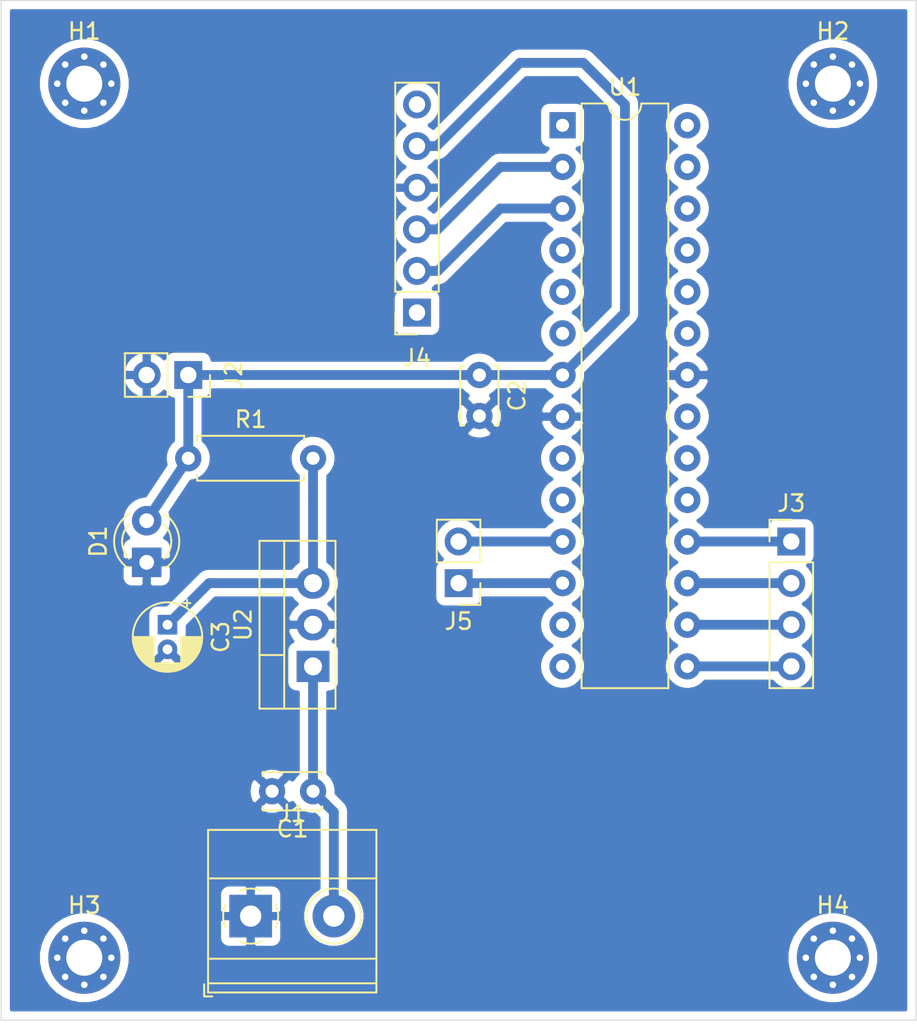
<source format=kicad_pcb>
(kicad_pcb (version 20211014) (generator pcbnew)
  (layers (0 "F.Cu" signal) (31 "B.Cu" signal) (34 "B.Paste" user) (35 "F.Paste" user) (36 "B.SilkS" user "B.Silkscreen") (37 "F.SilkS" user "F.Silkscreen") (38 "B.Mask" user) (39 "F.Mask" user) (44 "Edge.Cuts" user))
  (net 0 "")
  (net 1 "GND")
  (net 2 "+12V")
  (net 3 "VCC")
  (net 4 "Net-(C3-Pad1)")
  (net 5 "Net-(J4-Pad6)")
  (net 6 "PD0")
  (net 7 "PD1")
  (net 8 "Net-(J4-Pad1)")
  (net 9 "Net-(J5-Pad2)")
  (net 10 "Net-(J5-Pad1)")
  (net 11 "Net-(U1-Pad28)")
  (net 12 "Net-(U1-Pad14)")
  (net 13 "Net-(U1-Pad27)")
  (net 14 "Net-(U1-Pad13)")
  (net 15 "Net-(U1-Pad26)")
  (net 16 "Net-(U1-Pad25)")
  (net 17 "Net-(U1-Pad24)")
  (net 18 "Net-(U1-Pad10)")
  (net 19 "Net-(U1-Pad23)")
  (net 20 "Net-(U1-Pad9)")
  (net 21 "Net-(U1-Pad21)")
  (net 22 "Net-(U1-Pad20)")
  (net 23 "Net-(U1-Pad6)")
  (net 24 "Net-(U1-Pad19)")
  (net 25 "Net-(U1-Pad5)")
  (net 26 "PB4")
  (net 27 "Net-(U1-Pad4)")
  (net 28 "PB3")
  (net 29 "PB2")
  (net 30 "PB1")
  (net 31 "Net-(U1-Pad1)")
  (footprint "Capacitor_THT:C_Disc_D3.4mm_W2.1mm_P2.50mm" (layer "F.Cu") (at 129.54 128.27 180)
    (fp_text reference "C1" (at 1.25 -2.3) (layer "F.SilkS"))
    (fp_text value "C")
    (fp_line (start -0.57 1.17) (end 3.07 1.17) (layer "F.SilkS") (width 0.12))
    (fp_line (start 3.07 -1.17) (end 3.07 -0.925) (layer "F.SilkS") (width 0.12))
    (fp_line (start 3.07 0.925) (end 3.07 1.17) (layer "F.SilkS") (width 0.12))
    (fp_line (start -0.57 0.925) (end -0.57 1.17) (layer "F.SilkS") (width 0.12))
    (fp_line (start -0.57 -1.17) (end -0.57 -0.925) (layer "F.SilkS") (width 0.12))
    (fp_line (start -0.57 -1.17) (end 3.07 -1.17) (layer "F.SilkS") (width 0.12))
    (pad "1" thru_hole circle locked (at 0 0 180) (size 1.6 1.6) (drill 0.8) (layers *.Cu *.Mask) (net 2 "+12V"))
    (pad "2" thru_hole circle locked (at 2.5 0 180) (size 1.6 1.6) (drill 0.8) (layers *.Cu *.Mask) (net 1 "GND"))
  )
  (footprint "Capacitor_THT:C_Disc_D3.4mm_W2.1mm_P2.50mm" (layer "F.Cu") (at 139.7 102.87 -90)
    (fp_text reference "C2" (at 1.25 -2.3 90) (layer "F.SilkS"))
    (fp_text value "C")
    (fp_line (start -0.57 0.925) (end -0.57 1.17) (layer "F.SilkS") (width 0.12))
    (fp_line (start -0.57 -1.17) (end -0.57 -0.925) (layer "F.SilkS") (width 0.12))
    (fp_line (start 3.07 -1.17) (end 3.07 -0.925) (layer "F.SilkS") (width 0.12))
    (fp_line (start -0.57 1.17) (end 3.07 1.17) (layer "F.SilkS") (width 0.12))
    (fp_line (start 3.07 0.925) (end 3.07 1.17) (layer "F.SilkS") (width 0.12))
    (fp_line (start -0.57 -1.17) (end 3.07 -1.17) (layer "F.SilkS") (width 0.12))
    (pad "1" thru_hole circle locked (at 0 0 270) (size 1.6 1.6) (drill 0.8) (layers *.Cu *.Mask) (net 3 "VCC"))
    (pad "2" thru_hole circle locked (at 2.5 0 270) (size 1.6 1.6) (drill 0.8) (layers *.Cu *.Mask) (net 1 "GND"))
  )
  (footprint "Capacitor_THT:CP_Radial_D4.0mm_P1.50mm" (layer "F.Cu") (at 120.65 118.11 -90)
    (fp_text reference "C3" (at 0.75 -3.25 90) (layer "F.SilkS"))
    (fp_text value "CP")
    (fp_line (start 0.95 -2.071) (end 0.95 -0.84) (layer "F.SilkS") (width 0.12))
    (fp_line (start 2.751 -0.664) (end 2.751 0.664) (layer "F.SilkS") (width 0.12))
    (fp_line (start 0.99 -2.067) (end 0.99 -0.84) (layer "F.SilkS") (width 0.12))
    (fp_line (start 2.391 -1.304) (end 2.391 1.304) (layer "F.SilkS") (width 0.12))
    (fp_line (start 2.231 0.84) (end 2.231 1.478) (layer "F.SilkS") (width 0.12))
    (fp_line (start 1.27 0.84) (end 1.27 2.016) (layer "F.SilkS") (width 0.12))
    (fp_line (start 2.591 -1.013) (end 2.591 1.013) (layer "F.SilkS") (width 0.12))
    (fp_line (start 1.31 0.84) (end 1.31 2.005) (layer "F.SilkS") (width 0.12))
    (fp_line (start 1.911 0.84) (end 1.911 1.735) (layer "F.SilkS") (width 0.12))
    (fp_line (start 2.551 -1.08) (end 2.551 1.08) (layer "F.SilkS") (width 0.12))
    (fp_line (start 1.751 -1.83) (end 1.751 -0.84) (layer "F.SilkS") (width 0.12))
    (fp_line (start 1.03 0.84) (end 1.03 2.062) (layer "F.SilkS") (width 0.12))
    (fp_line (start 2.151 -1.552) (end 2.151 -0.84) (layer "F.SilkS") (width 0.12))
    (fp_line (start 1.551 0.84) (end 1.551 1.924) (layer "F.SilkS") (width 0.12))
    (fp_line (start 2.711 -0.768) (end 2.711 0.768) (layer "F.SilkS") (width 0.12))
    (fp_line (start 0.83 -2.079) (end 0.83 -0.84) (layer "F.SilkS") (width 0.12))
    (fp_line (start 1.471 0.84) (end 1.471 1.954) (layer "F.SilkS") (width 0.12))
    (fp_line (start 1.27 -2.016) (end 1.27 -0.84) (layer "F.SilkS") (width 0.12))
    (fp_line (start 1.39 0.84) (end 1.39 1.982) (layer "F.SilkS") (width 0.12))
    (fp_line (start 2.511 -1.142) (end 2.511 1.142) (layer "F.SilkS") (width 0.12))
    (fp_line (start 1.07 -2.056) (end 1.07 -0.84) (layer "F.SilkS") (width 0.12))
    (fp_line (start 1.11 -2.05) (end 1.11 -0.84) (layer "F.SilkS") (width 0.12))
    (fp_line (start 2.191 0.84) (end 2.191 1.516) (layer "F.SilkS") (width 0.12))
    (fp_line (start 1.831 -1.785) (end 1.831 -0.84) (layer "F.SilkS") (width 0.12))
    (fp_line (start -1.319801 -1.395) (end -1.319801 -0.995) (layer "F.SilkS") (width 0.12))
    (fp_line (start 1.35 -1.994) (end 1.35 -0.84) (layer "F.SilkS") (width 0.12))
    (fp_line (start 2.071 0.84) (end 2.071 1.619) (layer "F.SilkS") (width 0.12))
    (fp_line (start 1.43 -1.968) (end 1.43 -0.84) (layer "F.SilkS") (width 0.12))
    (fp_line (start 2.111 -1.587) (end 2.111 -0.84) (layer "F.SilkS") (width 0.12))
    (fp_line (start 1.03 -2.062) (end 1.03 -0.84) (layer "F.SilkS") (width 0.12))
    (fp_line (start 2.431 -1.254) (end 2.431 1.254) (layer "F.SilkS") (width 0.12))
    (fp_line (start 0.91 -2.074) (end 0.91 -0.84) (layer "F.SilkS") (width 0.12))
    (fp_line (start 1.831 0.84) (end 1.831 1.785) (layer "F.SilkS") (width 0.12))
    (fp_line (start 1.39 -1.982) (end 1.39 -0.84) (layer "F.SilkS") (width 0.12))
    (fp_line (start 0.79 0.84) (end 0.79 2.08) (layer "F.SilkS") (width 0.12))
    (fp_line (start 2.311 -1.396) (end 2.311 -0.84) (layer "F.SilkS") (width 0.12))
    (fp_line (start 2.111 0.84) (end 2.111 1.587) (layer "F.SilkS") (width 0.12))
    (fp_line (start 1.991 0.84) (end 1.991 1.68) (layer "F.SilkS") (width 0.12))
    (fp_line (start -1.519801 -1.195) (end -1.119801 -1.195) (layer "F.SilkS") (width 0.12))
    (fp_line (start 2.311 0.84) (end 2.311 1.396) (layer "F.SilkS") (width 0.12))
    (fp_line (start 1.871 0.84) (end 1.871 1.76) (layer "F.SilkS") (width 0.12))
    (fp_line (start 1.43 0.84) (end 1.43 1.968) (layer "F.SilkS") (width 0.12))
    (fp_line (start 0.79 -2.08) (end 0.79 -0.84) (layer "F.SilkS") (width 0.12))
    (fp_line (start 1.591 -1.907) (end 1.591 -0.84) (layer "F.SilkS") (width 0.12))
    (fp_line (start 0.91 0.84) (end 0.91 2.074) (layer "F.SilkS") (width 0.12))
    (fp_line (start 1.551 -1.924) (end 1.551 -0.84) (layer "F.SilkS") (width 0.12))
    (fp_line (start 1.991 -1.68) (end 1.991 -0.84) (layer "F.SilkS") (width 0.12))
    (fp_line (start 1.951 -1.708) (end 1.951 -0.84) (layer "F.SilkS") (width 0.12))
    (fp_line (start 2.031 0.84) (end 2.031 1.65) (layer "F.SilkS") (width 0.12))
    (fp_line (start 1.711 0.84) (end 1.711 1.851) (layer "F.SilkS") (width 0.12))
    (fp_line (start 0.75 0.84) (end 0.75 2.08) (layer "F.SilkS") (width 0.12))
    (fp_line (start 1.671 0.84) (end 1.671 1.87) (layer "F.SilkS") (width 0.12))
    (fp_line (start 2.471 -1.2) (end 2.471 1.2) (layer "F.SilkS") (width 0.12))
    (fp_line (start 2.231 -1.478) (end 2.231 -0.84) (layer "F.SilkS") (width 0.12))
    (fp_line (start 0.87 0.84) (end 0.87 2.077) (layer "F.SilkS") (width 0.12))
    (fp_line (start 1.07 0.84) (end 1.07 2.056) (layer "F.SilkS") (width 0.12))
    (fp_line (start 1.471 -1.954) (end 1.471 -0.84) (layer "F.SilkS") (width 0.12))
    (fp_line (start 2.831 -0.37) (end 2.831 0.37) (layer "F.SilkS") (width 0.12))
    (fp_line (start 1.511 -1.94) (end 1.511 -0.84) (layer "F.SilkS") (width 0.12))
    (fp_line (start 0.95 0.84) (end 0.95 2.071) (layer "F.SilkS") (width 0.12))
    (fp_line (start 2.031 -1.65) (end 2.031 -0.84) (layer "F.SilkS") (width 0.12))
    (fp_line (start 2.351 -1.351) (end 2.351 1.351) (layer "F.SilkS") (width 0.12))
    (fp_line (start 1.791 -1.808) (end 1.791 -0.84) (layer "F.SilkS") (width 0.12))
    (fp_line (start 2.271 -1.438) (end 2.271 -0.84) (layer "F.SilkS") (width 0.12))
    (fp_line (start 0.87 -2.077) (end 0.87 -0.84) (layer "F.SilkS") (width 0.12))
    (fp_line (start 1.631 -1.889) (end 1.631 -0.84) (layer "F.SilkS") (width 0.12))
    (fp_line (start 1.951 0.84) (end 1.951 1.708) (layer "F.SilkS") (width 0.12))
    (fp_line (start 1.591 0.84) (end 1.591 1.907) (layer "F.SilkS") (width 0.12))
    (fp_line (start 2.671 -0.859) (end 2.671 0.859) (layer "F.SilkS") (width 0.12))
    (fp_line (start 1.31 -2.005) (end 1.31 -0.84) (layer "F.SilkS") (width 0.12))
    (fp_line (start 1.11 0.84) (end 1.11 2.05) (layer "F.SilkS") (width 0.12))
    (fp_line (start 1.15 -2.042) (end 1.15 -0.84) (layer "F.SilkS") (width 0.12))
    (fp_line (start 1.791 0.84) (end 1.791 1.808) (layer "F.SilkS") (width 0.12))
    (fp_line (start 0.83 0.84) (end 0.83 2.079) (layer "F.SilkS") (width 0.12))
    (fp_line (start 1.871 -1.76) (end 1.871 -0.84) (layer "F.SilkS") (width 0.12))
    (fp_line (start 1.911 -1.735) (end 1.911 -0.84) (layer "F.SilkS") (width 0.12))
    (fp_line (start 1.19 -2.034) (end 1.19 -0.84) (layer "F.SilkS") (width 0.12))
    (fp_line (start 2.271 0.84) (end 2.271 1.438) (layer "F.SilkS") (width 0.12))
    (fp_line (start 0.99 0.84) (end 0.99 2.067) (layer "F.SilkS") (width 0.12))
    (fp_line (start 1.23 -2.025) (end 1.23 -0.84) (layer "F.SilkS") (width 0.12))
    (fp_line (start 2.191 -1.516) (end 2.191 -0.84) (layer "F.SilkS") (width 0.12))
    (fp_line (start 1.23 0.84) (end 1.23 2.025) (layer "F.SilkS") (width 0.12))
    (fp_line (start 1.19 0.84) (end 1.19 2.034) (layer "F.SilkS") (width 0.12))
    (fp_line (start 1.511 0.84) (end 1.511 1.94) (layer "F.SilkS") (width 0.12))
    (fp_line (start 1.631 0.84) (end 1.631 1.889) (layer "F.SilkS") (width 0.12))
    (fp_line (start 1.671 -1.87) (end 1.671 -0.84) (layer "F.SilkS") (width 0.12))
    (fp_line (start 1.751 0.84) (end 1.751 1.83) (layer "F.SilkS") (width 0.12))
    (fp_line (start 2.791 -0.537) (end 2.791 0.537) (layer "F.SilkS") (width 0.12))
    (fp_line (start 1.711 -1.851) (end 1.711 -0.84) (layer "F.SilkS") (width 0.12))
    (fp_line (start 1.15 0.84) (end 1.15 2.042) (layer "F.SilkS") (width 0.12))
    (fp_line (start 0.75 -2.08) (end 0.75 -0.84) (layer "F.SilkS") (width 0.12))
    (fp_line (start 2.151 0.84) (end 2.151 1.552) (layer "F.SilkS") (width 0.12))
    (fp_line (start 2.631 -0.94) (end 2.631 0.94) (layer "F.SilkS") (width 0.12))
    (fp_line (start 2.071 -1.619) (end 2.071 -0.84) (layer "F.SilkS") (width 0.12))
    (fp_line (start 1.35 0.84) (end 1.35 1.994) (layer "F.SilkS") (width 0.12))
    (fp_circle (center 0.75 0) (end 2.87 0) (layer "F.SilkS") (width 0.12) (fill none))
    (pad "1" thru_hole rect locked (at 0 0 270) (size 1.2 1.2) (drill 0.6) (layers *.Cu *.Mask) (net 4 "Net-(C3-Pad1)"))
    (pad "2" thru_hole circle locked (at 1.5 0 270) (size 1.2 1.2) (drill 0.6) (layers *.Cu *.Mask) (net 1 "GND"))
  )
  (footprint "LED_THT:LED_D3.0mm" (layer "F.Cu") (at 119.38 114.3 90)
    (fp_text reference "D1" (at 1.27 -2.96 90) (layer "F.SilkS"))
    (fp_text value "LED")
    (fp_line (start -0.29 -1.236) (end -0.29 -1.08) (layer "F.SilkS") (width 0.12))
    (fp_line (start -0.29 1.08) (end -0.29 1.236) (layer "F.SilkS") (width 0.12))
    (fp_arc (start 0.229039 -1.08) (mid 1.270117 -1.5) (end 2.31113 -1.079837) (layer "F.SilkS") (width 0.12))
    (fp_arc (start 2.942335 1.078608) (mid 1.366487 1.987659) (end -0.29 1.235516) (layer "F.SilkS") (width 0.12))
    (fp_arc (start -0.29 -1.235516) (mid 1.366487 -1.987659) (end 2.942335 -1.078608) (layer "F.SilkS") (width 0.12))
    (fp_arc (start 2.31113 1.079837) (mid 1.270117 1.5) (end 0.229039 1.08) (layer "F.SilkS") (width 0.12))
    (pad "1" thru_hole rect locked (at 0 0 90) (size 1.8 1.8) (drill 0.9) (layers *.Cu *.Mask) (net 1 "GND"))
    (pad "2" thru_hole circle locked (at 2.54 0 90) (size 1.8 1.8) (drill 0.9) (layers *.Cu *.Mask) (net 3 "VCC"))
  )
  (footprint "MountingHole:MountingHole_2.2mm_M2_Pad_Via" (layer "F.Cu") (at 115.57 85.09)
    (fp_text reference "H1" (at 0 -3.2) (layer "F.SilkS"))
    (fp_text value "MountingHole")
    (pad "1" thru_hole circle locked (at 1.65 0) (size 0.7 0.7) (drill 0.4) (layers *.Cu *.Mask))
    (pad "1" thru_hole circle locked (at 1.166726 -1.166726) (size 0.7 0.7) (drill 0.4) (layers *.Cu *.Mask))
    (pad "1" thru_hole circle locked (at -1.65 0) (size 0.7 0.7) (drill 0.4) (layers *.Cu *.Mask))
    (pad "1" thru_hole circle locked (at 0 -1.65) (size 0.7 0.7) (drill 0.4) (layers *.Cu *.Mask))
    (pad "1" thru_hole circle locked (at 1.166726 1.166726) (size 0.7 0.7) (drill 0.4) (layers *.Cu *.Mask))
    (pad "1" thru_hole circle locked (at 0 0) (size 4.4 4.4) (drill 2.2) (layers *.Cu *.Mask))
    (pad "1" thru_hole circle locked (at 0 1.65) (size 0.7 0.7) (drill 0.4) (layers *.Cu *.Mask))
    (pad "1" thru_hole circle locked (at -1.166726 -1.166726) (size 0.7 0.7) (drill 0.4) (layers *.Cu *.Mask))
    (pad "1" thru_hole circle locked (at -1.166726 1.166726) (size 0.7 0.7) (drill 0.4) (layers *.Cu *.Mask))
  )
  (footprint "MountingHole:MountingHole_2.2mm_M2_Pad_Via" (layer "F.Cu") (at 161.29 85.09)
    (fp_text reference "H2" (at 0 -3.2) (layer "F.SilkS"))
    (fp_text value "MountingHole")
    (pad "1" thru_hole circle locked (at -1.65 0) (size 0.7 0.7) (drill 0.4) (layers *.Cu *.Mask))
    (pad "1" thru_hole circle locked (at -1.166726 -1.166726) (size 0.7 0.7) (drill 0.4) (layers *.Cu *.Mask))
    (pad "1" thru_hole circle locked (at -1.166726 1.166726) (size 0.7 0.7) (drill 0.4) (layers *.Cu *.Mask))
    (pad "1" thru_hole circle locked (at 1.166726 -1.166726) (size 0.7 0.7) (drill 0.4) (layers *.Cu *.Mask))
    (pad "1" thru_hole circle locked (at 1.65 0) (size 0.7 0.7) (drill 0.4) (layers *.Cu *.Mask))
    (pad "1" thru_hole circle locked (at 0 1.65) (size 0.7 0.7) (drill 0.4) (layers *.Cu *.Mask))
    (pad "1" thru_hole circle locked (at 0 0) (size 4.4 4.4) (drill 2.2) (layers *.Cu *.Mask))
    (pad "1" thru_hole circle locked (at 1.166726 1.166726) (size 0.7 0.7) (drill 0.4) (layers *.Cu *.Mask))
    (pad "1" thru_hole circle locked (at 0 -1.65) (size 0.7 0.7) (drill 0.4) (layers *.Cu *.Mask))
  )
  (footprint "MountingHole:MountingHole_2.2mm_M2_Pad_Via" (layer "F.Cu") (at 115.57 138.43)
    (fp_text reference "H3" (at 0 -3.2) (layer "F.SilkS"))
    (fp_text value "MountingHole")
    (pad "1" thru_hole circle locked (at -1.166726 1.166726) (size 0.7 0.7) (drill 0.4) (layers *.Cu *.Mask))
    (pad "1" thru_hole circle locked (at -1.166726 -1.166726) (size 0.7 0.7) (drill 0.4) (layers *.Cu *.Mask))
    (pad "1" thru_hole circle locked (at -1.65 0) (size 0.7 0.7) (drill 0.4) (layers *.Cu *.Mask))
    (pad "1" thru_hole circle locked (at 0 -1.65) (size 0.7 0.7) (drill 0.4) (layers *.Cu *.Mask))
    (pad "1" thru_hole circle locked (at 1.166726 1.166726) (size 0.7 0.7) (drill 0.4) (layers *.Cu *.Mask))
    (pad "1" thru_hole circle locked (at 0 1.65) (size 0.7 0.7) (drill 0.4) (layers *.Cu *.Mask))
    (pad "1" thru_hole circle locked (at 0 0) (size 4.4 4.4) (drill 2.2) (layers *.Cu *.Mask))
    (pad "1" thru_hole circle locked (at 1.166726 -1.166726) (size 0.7 0.7) (drill 0.4) (layers *.Cu *.Mask))
    (pad "1" thru_hole circle locked (at 1.65 0) (size 0.7 0.7) (drill 0.4) (layers *.Cu *.Mask))
  )
  (footprint "MountingHole:MountingHole_2.2mm_M2_Pad_Via" (layer "F.Cu") (at 161.29 138.43)
    (fp_text reference "H4" (at 0 -3.2) (layer "F.SilkS"))
    (fp_text value "MountingHole")
    (pad "1" thru_hole circle locked (at 1.65 0) (size 0.7 0.7) (drill 0.4) (layers *.Cu *.Mask))
    (pad "1" thru_hole circle locked (at 0 1.65) (size 0.7 0.7) (drill 0.4) (layers *.Cu *.Mask))
    (pad "1" thru_hole circle locked (at 1.166726 1.166726) (size 0.7 0.7) (drill 0.4) (layers *.Cu *.Mask))
    (pad "1" thru_hole circle locked (at 0 0) (size 4.4 4.4) (drill 2.2) (layers *.Cu *.Mask))
    (pad "1" thru_hole circle locked (at 1.166726 -1.166726) (size 0.7 0.7) (drill 0.4) (layers *.Cu *.Mask))
    (pad "1" thru_hole circle locked (at -1.65 0) (size 0.7 0.7) (drill 0.4) (layers *.Cu *.Mask))
    (pad "1" thru_hole circle locked (at 0 -1.65) (size 0.7 0.7) (drill 0.4) (layers *.Cu *.Mask))
    (pad "1" thru_hole circle locked (at -1.166726 1.166726) (size 0.7 0.7) (drill 0.4) (layers *.Cu *.Mask))
    (pad "1" thru_hole circle locked (at -1.166726 -1.166726) (size 0.7 0.7) (drill 0.4) (layers *.Cu *.Mask))
  )
  (footprint "TerminalBlock_Phoenix:TerminalBlock_Phoenix_MKDS-1,5-2-5.08_1x02_P5.08mm_Horizontal" (layer "F.Cu") (at 125.73 135.89)
    (fp_text reference "J1" (at 2.54 -6.26) (layer "F.SilkS"))
    (fp_text value "Screw_Terminal_01x02")
    (fp_line (start 7.68 -5.261) (end 7.68 4.66) (layer "F.SilkS") (width 0.12))
    (fp_line (start -2.6 4.1) (end 7.68 4.1) (layer "F.SilkS") (width 0.12))
    (fp_line (start -2.6 2.6) (end 7.68 2.6) (layer "F.SilkS") (width 0.12))
    (fp_line (start 6.355 -1.069) (end 6.308 -1.023) (layer "F.SilkS") (width 0.12))
    (fp_line (start -2.6 -5.261) (end -2.6 4.66) (layer "F.SilkS") (width 0.12))
    (fp_line (start 4.046 1.239) (end 4.011 1.274) (layer "F.SilkS") (width 0.12))
    (fp_line (start -2.84 4.16) (end -2.84 4.9) (layer "F.SilkS") (width 0.12))
    (fp_line (start -2.6 -2.301) (end 7.68 -2.301) (layer "F.SilkS") (width 0.12))
    (fp_line (start -2.6 -5.261) (end 7.68 -5.261) (layer "F.SilkS") (width 0.12))
    (fp_line (start 6.15 -1.275) (end 6.115 -1.239) (layer "F.SilkS") (width 0.12))
    (fp_line (start 3.853 1.023) (end 3.806 1.069) (layer "F.SilkS") (width 0.12))
    (fp_line (start -2.84 4.9) (end -2.34 4.9) (layer "F.SilkS") (width 0.12))
    (fp_line (start -2.6 4.66) (end 7.68 4.66) (layer "F.SilkS") (width 0.12))
    (fp_arc (start 0.683318 1.534756) (mid 0.349292 1.643288) (end 0 1.68) (layer "F.SilkS") (width 0.12))
    (fp_arc (start 1.535427 -0.683042) (mid 1.680501 0.000524) (end 1.535 0.684) (layer "F.SilkS") (width 0.12))
    (fp_arc (start -1.535427 0.683042) (mid -1.680501 -0.000524) (end -1.535 -0.684) (layer "F.SilkS") (width 0.12))
    (fp_arc (start 0.028805 1.680253) (mid -0.335551 1.646659) (end -0.684 1.535) (layer "F.SilkS") (width 0.12))
    (fp_arc (start -0.683042 -1.535427) (mid 0.000524 -1.680501) (end 0.684 -1.535) (layer "F.SilkS") (width 0.12))
    (fp_circle (center 5.08 0) (end 6.76 0) (layer "F.SilkS") (width 0.12) (fill none))
    (pad "1" thru_hole rect locked (at 0 0) (size 2.6 2.6) (drill 1.3) (layers *.Cu *.Mask) (net 1 "GND"))
    (pad "2" thru_hole circle locked (at 5.08 0) (size 2.6 2.6) (drill 1.3) (layers *.Cu *.Mask) (net 2 "+12V"))
  )
  (footprint "Connector_PinSocket_2.54mm:PinSocket_1x02_P2.54mm_Vertical" (layer "F.Cu") (at 121.92 102.87 -90)
    (fp_text reference "J2" (at 0 -2.77 90) (layer "F.SilkS"))
    (fp_text value "Conn_01x02_Female")
    (fp_line (start -1.33 1.27) (end -1.33 3.87) (layer "F.SilkS") (width 0.12))
    (fp_line (start -1.33 1.27) (end 1.33 1.27) (layer "F.SilkS") (width 0.12))
    (fp_line (start -1.33 3.87) (end 1.33 3.87) (layer "F.SilkS") (width 0.12))
    (fp_line (start 1.33 1.27) (end 1.33 3.87) (layer "F.SilkS") (width 0.12))
    (fp_line (start 1.33 -1.33) (end 1.33 0) (layer "F.SilkS") (width 0.12))
    (fp_line (start 0 -1.33) (end 1.33 -1.33) (layer "F.SilkS") (width 0.12))
    (pad "1" thru_hole rect locked (at 0 0 270) (size 1.7 1.7) (drill 1) (layers *.Cu *.Mask) (net 3 "VCC"))
    (pad "2" thru_hole oval locked (at 0 2.54 270) (size 1.7 1.7) (drill 1) (layers *.Cu *.Mask) (net 1 "GND"))
  )
  (footprint "Connector_PinHeader_2.54mm:PinHeader_1x04_P2.54mm_Vertical" (layer "F.Cu") (at 158.75 113.03)
    (fp_text reference "J3" (at 0 -2.33) (layer "F.SilkS"))
    (fp_text value "Conn_01x04_Male")
    (fp_line (start -1.33 -1.33) (end 0 -1.33) (layer "F.SilkS") (width 0.12))
    (fp_line (start -1.33 8.95) (end 1.33 8.95) (layer "F.SilkS") (width 0.12))
    (fp_line (start -1.33 1.27) (end 1.33 1.27) (layer "F.SilkS") (width 0.12))
    (fp_line (start -1.33 1.27) (end -1.33 8.95) (layer "F.SilkS") (width 0.12))
    (fp_line (start 1.33 1.27) (end 1.33 8.95) (layer "F.SilkS") (width 0.12))
    (fp_line (start -1.33 0) (end -1.33 -1.33) (layer "F.SilkS") (width 0.12))
    (pad "1" thru_hole rect locked (at 0 0) (size 1.7 1.7) (drill 1) (layers *.Cu *.Mask) (net 26 "PB4"))
    (pad "2" thru_hole oval locked (at 0 2.54) (size 1.7 1.7) (drill 1) (layers *.Cu *.Mask) (net 28 "PB3"))
    (pad "3" thru_hole oval locked (at 0 5.08) (size 1.7 1.7) (drill 1) (layers *.Cu *.Mask) (net 29 "PB2"))
    (pad "4" thru_hole oval locked (at 0 7.62) (size 1.7 1.7) (drill 1) (layers *.Cu *.Mask) (net 30 "PB1"))
  )
  (footprint "Connector_PinSocket_2.54mm:PinSocket_1x06_P2.54mm_Vertical" (layer "F.Cu") (at 135.89 99.06 180)
    (fp_text reference "J4" (at 0 -2.77) (layer "F.SilkS"))
    (fp_text value "Conn_01x06_Female")
    (fp_line (start 0 -1.33) (end 1.33 -1.33) (layer "F.SilkS") (width 0.12))
    (fp_line (start 1.33 1.27) (end 1.33 14.03) (layer "F.SilkS") (width 0.12))
    (fp_line (start -1.33 1.27) (end -1.33 14.03) (layer "F.SilkS") (width 0.12))
    (fp_line (start -1.33 14.03) (end 1.33 14.03) (layer "F.SilkS") (width 0.12))
    (fp_line (start -1.33 1.27) (end 1.33 1.27) (layer "F.SilkS") (width 0.12))
    (fp_line (start 1.33 -1.33) (end 1.33 0) (layer "F.SilkS") (width 0.12))
    (pad "1" thru_hole rect locked (at 0 0 180) (size 1.7 1.7) (drill 1) (layers *.Cu *.Mask) (net 8 "Net-(J4-Pad1)"))
    (pad "2" thru_hole oval locked (at 0 2.54 180) (size 1.7 1.7) (drill 1) (layers *.Cu *.Mask) (net 7 "PD1"))
    (pad "3" thru_hole oval locked (at 0 5.08 180) (size 1.7 1.7) (drill 1) (layers *.Cu *.Mask) (net 6 "PD0"))
    (pad "4" thru_hole oval locked (at 0 7.62 180) (size 1.7 1.7) (drill 1) (layers *.Cu *.Mask) (net 1 "GND"))
    (pad "5" thru_hole oval locked (at 0 10.16 180) (size 1.7 1.7) (drill 1) (layers *.Cu *.Mask) (net 3 "VCC"))
    (pad "6" thru_hole oval locked (at 0 12.7 180) (size 1.7 1.7) (drill 1) (layers *.Cu *.Mask) (net 5 "Net-(J4-Pad6)"))
  )
  (footprint "Connector_PinHeader_2.54mm:PinHeader_1x02_P2.54mm_Vertical" (layer "F.Cu") (at 138.43 115.57 180)
    (fp_text reference "J5" (at 0 -2.33) (layer "F.SilkS"))
    (fp_text value "Conn_01x02_Male")
    (fp_line (start -1.33 1.27) (end 1.33 1.27) (layer "F.SilkS") (width 0.12))
    (fp_line (start 1.33 1.27) (end 1.33 3.87) (layer "F.SilkS") (width 0.12))
    (fp_line (start -1.33 -1.33) (end 0 -1.33) (layer "F.SilkS") (width 0.12))
    (fp_line (start -1.33 3.87) (end 1.33 3.87) (layer "F.SilkS") (width 0.12))
    (fp_line (start -1.33 1.27) (end -1.33 3.87) (layer "F.SilkS") (width 0.12))
    (fp_line (start -1.33 0) (end -1.33 -1.33) (layer "F.SilkS") (width 0.12))
    (pad "1" thru_hole rect locked (at 0 0 180) (size 1.7 1.7) (drill 1) (layers *.Cu *.Mask) (net 10 "Net-(J5-Pad1)"))
    (pad "2" thru_hole oval locked (at 0 2.54 180) (size 1.7 1.7) (drill 1) (layers *.Cu *.Mask) (net 9 "Net-(J5-Pad2)"))
  )
  (footprint "Resistor_THT:R_Axial_DIN0207_L6.3mm_D2.5mm_P7.62mm_Horizontal" (layer "F.Cu") (at 121.92 107.95)
    (fp_text reference "R1" (at 3.81 -2.37) (layer "F.SilkS"))
    (fp_text value "R")
    (fp_line (start 7.08 1.37) (end 7.08 1.04) (layer "F.SilkS") (width 0.12))
    (fp_line (start 0.54 1.04) (end 0.54 1.37) (layer "F.SilkS") (width 0.12))
    (fp_line (start 7.08 -1.37) (end 7.08 -1.04) (layer "F.SilkS") (width 0.12))
    (fp_line (start 0.54 -1.37) (end 7.08 -1.37) (layer "F.SilkS") (width 0.12))
    (fp_line (start 0.54 -1.04) (end 0.54 -1.37) (layer "F.SilkS") (width 0.12))
    (fp_line (start 0.54 1.37) (end 7.08 1.37) (layer "F.SilkS") (width 0.12))
    (pad "1" thru_hole circle locked (at 0 0) (size 1.6 1.6) (drill 0.8) (layers *.Cu *.Mask) (net 3 "VCC"))
    (pad "2" thru_hole oval locked (at 7.62 0) (size 1.6 1.6) (drill 0.8) (layers *.Cu *.Mask) (net 4 "Net-(C3-Pad1)"))
  )
  (footprint "Package_DIP:DIP-28_W7.62mm" (layer "F.Cu") (at 144.78 87.63)
    (fp_text reference "U1" (at 3.81 -2.33) (layer "F.SilkS"))
    (fp_text value "ATmega328-PU")
    (fp_line (start 2.81 -1.33) (end 1.16 -1.33) (layer "F.SilkS") (width 0.12))
    (fp_line (start 6.46 34.35) (end 6.46 -1.33) (layer "F.SilkS") (width 0.12))
    (fp_line (start 1.16 -1.33) (end 1.16 34.35) (layer "F.SilkS") (width 0.12))
    (fp_line (start 1.16 34.35) (end 6.46 34.35) (layer "F.SilkS") (width 0.12))
    (fp_line (start 6.46 -1.33) (end 4.81 -1.33) (layer "F.SilkS") (width 0.12))
    (fp_arc (start 4.81 -1.33) (mid 3.81 -0.33) (end 2.81 -1.33) (layer "F.SilkS") (width 0.12))
    (pad "1" thru_hole rect locked (at 0 0) (size 1.6 1.6) (drill 0.8) (layers *.Cu *.Mask) (net 31 "Net-(U1-Pad1)"))
    (pad "2" thru_hole oval locked (at 0 2.54) (size 1.6 1.6) (drill 0.8) (layers *.Cu *.Mask) (net 6 "PD0"))
    (pad "3" thru_hole oval locked (at 0 5.08) (size 1.6 1.6) (drill 0.8) (layers *.Cu *.Mask) (net 7 "PD1"))
    (pad "4" thru_hole oval locked (at 0 7.62) (size 1.6 1.6) (drill 0.8) (layers *.Cu *.Mask) (net 27 "Net-(U1-Pad4)"))
    (pad "5" thru_hole oval locked (at 0 10.16) (size 1.6 1.6) (drill 0.8) (layers *.Cu *.Mask) (net 25 "Net-(U1-Pad5)"))
    (pad "6" thru_hole oval locked (at 0 12.7) (size 1.6 1.6) (drill 0.8) (layers *.Cu *.Mask) (net 23 "Net-(U1-Pad6)"))
    (pad "7" thru_hole oval locked (at 0 15.24) (size 1.6 1.6) (drill 0.8) (layers *.Cu *.Mask) (net 3 "VCC"))
    (pad "8" thru_hole oval locked (at 0 17.78) (size 1.6 1.6) (drill 0.8) (layers *.Cu *.Mask) (net 1 "GND"))
    (pad "9" thru_hole oval locked (at 0 20.32) (size 1.6 1.6) (drill 0.8) (layers *.Cu *.Mask) (net 20 "Net-(U1-Pad9)"))
    (pad "10" thru_hole oval locked (at 0 22.86) (size 1.6 1.6) (drill 0.8) (layers *.Cu *.Mask) (net 18 "Net-(U1-Pad10)"))
    (pad "11" thru_hole oval locked (at 0 25.4) (size 1.6 1.6) (drill 0.8) (layers *.Cu *.Mask) (net 9 "Net-(J5-Pad2)"))
    (pad "12" thru_hole oval locked (at 0 27.94) (size 1.6 1.6) (drill 0.8) (layers *.Cu *.Mask) (net 10 "Net-(J5-Pad1)"))
    (pad "13" thru_hole oval locked (at 0 30.48) (size 1.6 1.6) (drill 0.8) (layers *.Cu *.Mask) (net 14 "Net-(U1-Pad13)"))
    (pad "14" thru_hole oval locked (at 0 33.02) (size 1.6 1.6) (drill 0.8) (layers *.Cu *.Mask) (net 12 "Net-(U1-Pad14)"))
    (pad "15" thru_hole oval locked (at 7.62 33.02) (size 1.6 1.6) (drill 0.8) (layers *.Cu *.Mask) (net 30 "PB1"))
    (pad "16" thru_hole oval locked (at 7.62 30.48) (size 1.6 1.6) (drill 0.8) (layers *.Cu *.Mask) (net 29 "PB2"))
    (pad "17" thru_hole oval locked (at 7.62 27.94) (size 1.6 1.6) (drill 0.8) (layers *.Cu *.Mask) (net 28 "PB3"))
    (pad "18" thru_hole oval locked (at 7.62 25.4) (size 1.6 1.6) (drill 0.8) (layers *.Cu *.Mask) (net 26 "PB4"))
    (pad "19" thru_hole oval locked (at 7.62 22.86) (size 1.6 1.6) (drill 0.8) (layers *.Cu *.Mask) (net 24 "Net-(U1-Pad19)"))
    (pad "20" thru_hole oval locked (at 7.62 20.32) (size 1.6 1.6) (drill 0.8) (layers *.Cu *.Mask) (net 22 "Net-(U1-Pad20)"))
    (pad "21" thru_hole oval locked (at 7.62 17.78) (size 1.6 1.6) (drill 0.8) (layers *.Cu *.Mask) (net 21 "Net-(U1-Pad21)"))
    (pad "22" thru_hole oval locked (at 7.62 15.24) (size 1.6 1.6) (drill 0.8) (layers *.Cu *.Mask) (net 1 "GND"))
    (pad "23" thru_hole oval locked (at 7.62 12.7) (size 1.6 1.6) (drill 0.8) (layers *.Cu *.Mask) (net 19 "Net-(U1-Pad23)"))
    (pad "24" thru_hole oval locked (at 7.62 10.16) (size 1.6 1.6) (drill 0.8) (layers *.Cu *.Mask) (net 17 "Net-(U1-Pad24)"))
    (pad "25" thru_hole oval locked (at 7.62 7.62) (size 1.6 1.6) (drill 0.8) (layers *.Cu *.Mask) (net 16 "Net-(U1-Pad25)"))
    (pad "26" thru_hole oval locked (at 7.62 5.08) (size 1.6 1.6) (drill 0.8) (layers *.Cu *.Mask) (net 15 "Net-(U1-Pad26)"))
    (pad "27" thru_hole oval locked (at 7.62 2.54) (size 1.6 1.6) (drill 0.8) (layers *.Cu *.Mask) (net 13 "Net-(U1-Pad27)"))
    (pad "28" thru_hole oval locked (at 7.62 0) (size 1.6 1.6) (drill 0.8) (layers *.Cu *.Mask) (net 11 "Net-(U1-Pad28)"))
  )
  (footprint "Package_TO_SOT_THT:TO-220-3_Vertical" (layer "F.Cu") (at 129.54 120.65 90)
    (fp_text reference "U2" (at 2.54 -4.27 90) (layer "F.SilkS"))
    (fp_text value "L7805")
    (fp_line (start 0.69 -3.27) (end 0.69 -1.76) (layer "F.SilkS") (width 0.12))
    (fp_line (start -2.58 -3.27) (end -2.58 1.371) (layer "F.SilkS") (width 0.12))
    (fp_line (start 4.391 -3.27) (end 4.391 -1.76) (layer "F.SilkS") (width 0.12))
    (fp_line (start -2.58 -3.27) (end 7.66 -3.27) (layer "F.SilkS") (width 0.12))
    (fp_line (start -2.58 1.371) (end 7.66 1.371) (layer "F.SilkS") (width 0.12))
    (fp_line (start -2.58 -1.76) (end 7.66 -1.76) (layer "F.SilkS") (width 0.12))
    (fp_line (start 7.66 -3.27) (end 7.66 1.371) (layer "F.SilkS") (width 0.12))
    (pad "1" thru_hole rect locked (at 0 0 90) (size 1.905 2) (drill 1.1) (layers *.Cu *.Mask) (net 2 "+12V"))
    (pad "2" thru_hole oval locked (at 2.54 0 90) (size 1.905 2) (drill 1.1) (layers *.Cu *.Mask) (net 1 "GND"))
    (pad "3" thru_hole oval locked (at 5.08 0 90) (size 1.905 2) (drill 1.1) (layers *.Cu *.Mask) (net 4 "Net-(C3-Pad1)"))
  )
  (gr_line (start 166.37 80.01) (end 110.49 80.01) (layer "Edge.Cuts") (width 0.05))
  (gr_line (start 166.37 142.24) (end 166.37 80.01) (layer "Edge.Cuts") (width 0.05))
  (gr_line (start 110.49 142.24) (end 166.37 142.24) (layer "Edge.Cuts") (width 0.05))
  (gr_line (start 110.49 80.01) (end 110.49 142.24) (layer "Edge.Cuts") (width 0.05))
  (segment (start 152.4 102.87) (end 151.13 102.87) (width 0.6) (layer "B.Cu") (net 1))
  (segment (start 129.54 128.27) (end 129.54 120.65) (width 0.6) (layer "B.Cu") (net 2))
  (segment (start 130.81 135.89) (end 130.81 129.54) (width 0.6) (layer "B.Cu") (net 2))
  (segment (start 130.81 129.54) (end 129.54 128.27) (width 0.6) (layer "B.Cu") (net 2))
  (segment (start 146.05 83.82) (end 148.59 86.36) (width 0.6) (layer "B.Cu") (net 3))
  (segment (start 121.92 107.95) (end 119.38 111.76) (width 0.6) (layer "B.Cu") (net 3))
  (segment (start 139.7 102.87) (end 144.78 102.87) (width 0.6) (layer "B.Cu") (net 3))
  (segment (start 148.59 86.36) (end 148.59 99.06) (width 0.6) (layer "B.Cu") (net 3))
  (segment (start 148.59 99.06) (end 144.78 102.87) (width 0.6) (layer "B.Cu") (net 3))
  (segment (start 121.92 102.87) (end 121.92 107.95) (width 0.6) (layer "B.Cu") (net 3))
  (segment (start 137.092081 88.9) (end 142.172081 83.82) (width 0.6) (layer "B.Cu") (net 3))
  (segment (start 121.92 102.87) (end 139.7 102.87) (width 0.6) (layer "B.Cu") (net 3))
  (segment (start 135.89 88.9) (end 137.092081 88.9) (width 0.6) (layer "B.Cu") (net 3))
  (segment (start 142.172081 83.82) (end 146.05 83.82) (width 0.6) (layer "B.Cu") (net 3))
  (segment (start 129.54 115.57) (end 123.19 115.57) (width 0.6) (layer "B.Cu") (net 4))
  (segment (start 123.19 115.57) (end 120.65 118.11) (width 0.6) (layer "B.Cu") (net 4))
  (segment (start 129.54 110.49) (end 129.54 107.95) (width 0.6) (layer "B.Cu") (net 4))
  (segment (start 129.54 115.57) (end 129.54 110.49) (width 0.6) (layer "B.Cu") (net 4))
  (segment (start 140.97 90.17) (end 144.78 90.17) (width 0.6) (layer "B.Cu") (net 6))
  (segment (start 135.89 93.98) (end 137.16 93.98) (width 0.6) (layer "B.Cu") (net 6))
  (segment (start 137.16 93.98) (end 140.97 90.17) (width 0.6) (layer "B.Cu") (net 6))
  (segment (start 137.16 96.52) (end 140.97 92.71) (width 0.6) (layer "B.Cu") (net 7))
  (segment (start 140.97 92.71) (end 144.78 92.71) (width 0.6) (layer "B.Cu") (net 7))
  (segment (start 135.89 96.52) (end 137.16 96.52) (width 0.6) (layer "B.Cu") (net 7))
  (segment (start 138.43 113.03) (end 144.78 113.03) (width 0.6) (layer "B.Cu") (net 9))
  (segment (start 138.43 115.57) (end 144.78 115.57) (width 0.6) (layer "B.Cu") (net 10))
  (segment (start 158.75 113.03) (end 152.4 113.03) (width 0.6) (layer "B.Cu") (net 26))
  (segment (start 158.75 115.57) (end 152.4 115.57) (width 0.6) (layer "B.Cu") (net 28))
  (segment (start 158.75 118.11) (end 152.4 118.11) (width 0.6) (layer "B.Cu") (net 29))
  (segment (start 158.75 120.65) (end 152.4 120.65) (width 0.6) (layer "B.Cu") (net 30))
  (zone (net 1) (net_name "GND") (layer "B.Cu") (connect_pads (clearance 0.508)) (min_thickness 0.254) (fill yes (thermal_gap 0.508) (thermal_bridge_width 0.508))
    (polygon (pts (xy 166.37 142.24) (xy 110.49 142.24) (xy 110.49 80.01) (xy 166.37 80.01)))
  )
)
</source>
